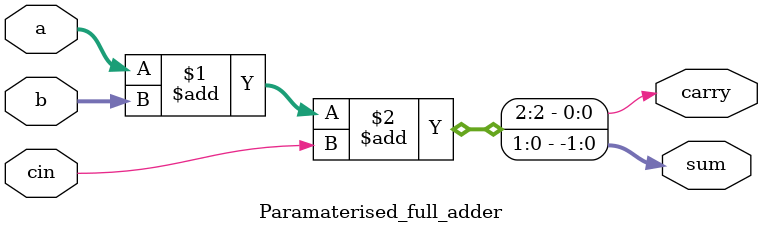
<source format=v>

module Paramaterised_full_adder (a, b, cin, sum, carry);
	parameter size=0;
		input [size-1: 0] a, b; 
		input cin;
		output [size-1: 0] sum;
		output carry;

	assign {carry, sum}= a + b + cin; 

endmodule : Paramaterised_full_adder














/*Here, This code defines a parameterized full adder module in Verilog. 
The module named "Paramaterised_full_adder" that has inputs "a", "b", and "cin", and outputs "sum" and "carry".
parameter size=0;
Declares a parameter named "size" and initializes it with a value of 0. This parameter is used to specify 
the size of the adder, which determines the number of bits that can be added. input [size-1: 0] a, b;
Next line declares two input ports "a" and "b", with a size specified by the parameter "size".input cin;
then the Next line declares an input port "cin" which is used to represent the carry input to the adder.output 
[size-1: 0] sum;
Next line declares an output port "sum" which is used to represent the sum output from the adder.output carry;
Next line declares an output port "carry" which is used to represent the carry output from the adder.
Assign line uses an assign statement to calculate the sum and carry output values. The expression adds the inputs "a","b",
and "cin", and assigns the result to the output signals "carry" and "sum".
The curly braces around "carry, sum" create a concatenation of the two signals, allowing them to be assigned 
simultaneously.*/
</source>
